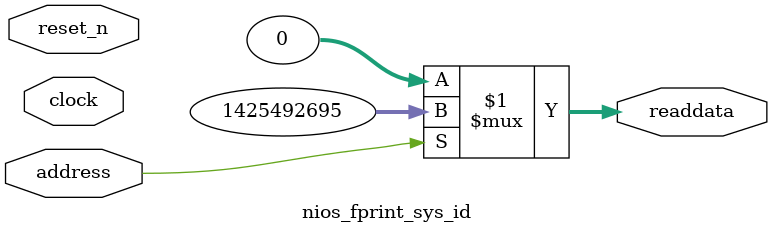
<source format=v>

`timescale 1ns / 1ps
// synthesis translate_on

// turn off superfluous verilog processor warnings 
// altera message_level Level1 
// altera message_off 10034 10035 10036 10037 10230 10240 10030 

module nios_fprint_sys_id (
               // inputs:
                address,
                clock,
                reset_n,

               // outputs:
                readdata
             )
;

  output  [ 31: 0] readdata;
  input            address;
  input            clock;
  input            reset_n;

  wire    [ 31: 0] readdata;
  //control_slave, which is an e_avalon_slave
  assign readdata = address ? 1425492695 : 0;

endmodule




</source>
